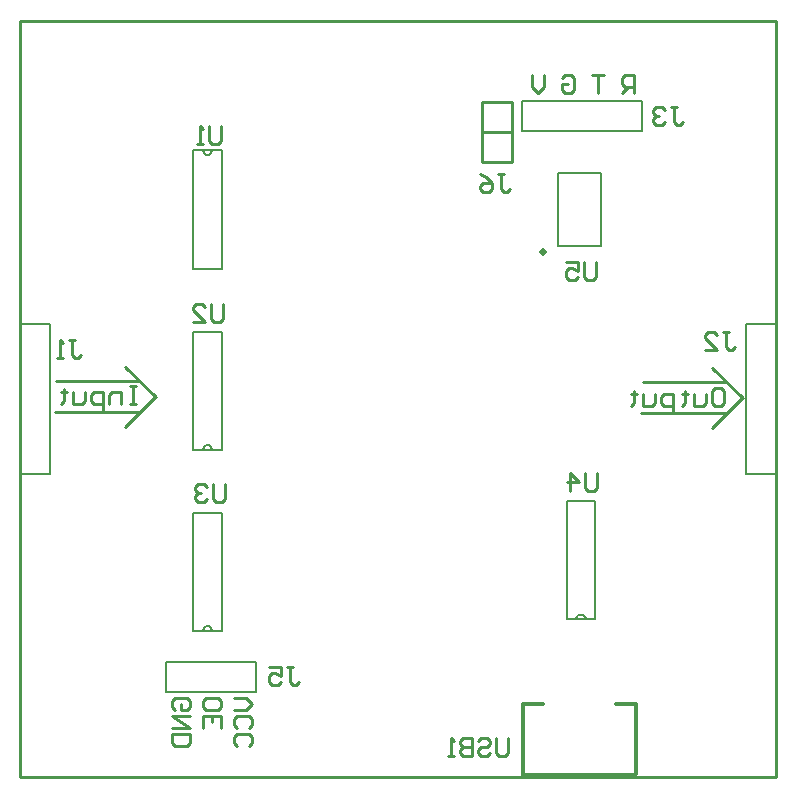
<source format=gbo>
G04 Layer_Color=32896*
%FSLAX25Y25*%
%MOIN*%
G70*
G01*
G75*
%ADD13C,0.01000*%
%ADD39C,0.00591*%
%ADD40C,0.01181*%
%ADD41C,0.00787*%
D13*
X11900Y131850D02*
X39800D01*
X11400Y121400D02*
X39450D01*
X35000Y136550D02*
X45100Y126450D01*
X34900Y116350D02*
X45000Y126450D01*
X230500Y116100D02*
X240600Y126200D01*
X230600Y136300D02*
X240700Y126200D01*
X207000Y121150D02*
X235050D01*
X207500Y131600D02*
X235400D01*
X153700Y215000D02*
X163700D01*
X153700Y225000D02*
X163700D01*
X153700Y205000D02*
Y225000D01*
Y205000D02*
X163700D01*
Y225000D01*
X162500Y12998D02*
Y8000D01*
X161500Y7000D01*
X159501D01*
X158501Y8000D01*
Y12998D01*
X152503Y11998D02*
X153503Y12998D01*
X155502D01*
X156502Y11998D01*
Y10999D01*
X155502Y9999D01*
X153503D01*
X152503Y8999D01*
Y8000D01*
X153503Y7000D01*
X155502D01*
X156502Y8000D01*
X150504Y12998D02*
Y7000D01*
X147505D01*
X146505Y8000D01*
Y8999D01*
X147505Y9999D01*
X150504D01*
X147505D01*
X146505Y10999D01*
Y11998D01*
X147505Y12998D01*
X150504D01*
X144506Y7000D02*
X142507D01*
X143506D01*
Y12998D01*
X144506Y11998D01*
X191900Y171498D02*
Y166500D01*
X190900Y165500D01*
X188901D01*
X187901Y166500D01*
Y171498D01*
X181903D02*
X185902D01*
Y168499D01*
X183903Y169499D01*
X182903D01*
X181903Y168499D01*
Y166500D01*
X182903Y165500D01*
X184902D01*
X185902Y166500D01*
X192200Y101298D02*
Y96300D01*
X191200Y95300D01*
X189201D01*
X188201Y96300D01*
Y101298D01*
X183203Y95300D02*
Y101298D01*
X186202Y98299D01*
X182203D01*
X68300Y97498D02*
Y92500D01*
X67300Y91500D01*
X65301D01*
X64301Y92500D01*
Y97498D01*
X62302Y96498D02*
X61302Y97498D01*
X59303D01*
X58303Y96498D01*
Y95499D01*
X59303Y94499D01*
X60303D01*
X59303D01*
X58303Y93499D01*
Y92500D01*
X59303Y91500D01*
X61302D01*
X62302Y92500D01*
X67500Y157598D02*
Y152600D01*
X66500Y151600D01*
X64501D01*
X63501Y152600D01*
Y157598D01*
X57503Y151600D02*
X61502D01*
X57503Y155599D01*
Y156598D01*
X58503Y157598D01*
X60502D01*
X61502Y156598D01*
X67000Y216898D02*
Y211900D01*
X66000Y210900D01*
X64001D01*
X63001Y211900D01*
Y216898D01*
X61002Y210900D02*
X59003D01*
X60002D01*
Y216898D01*
X61002Y215898D01*
X159201Y200798D02*
X161201D01*
X160201D01*
Y195800D01*
X161201Y194800D01*
X162200D01*
X163200Y195800D01*
X153203Y200798D02*
X155203Y199798D01*
X157202Y197799D01*
Y195800D01*
X156202Y194800D01*
X154203D01*
X153203Y195800D01*
Y196799D01*
X154203Y197799D01*
X157202D01*
X88701Y36398D02*
X90701D01*
X89701D01*
Y31400D01*
X90701Y30400D01*
X91700D01*
X92700Y31400D01*
X82703Y36398D02*
X86702D01*
Y33399D01*
X84703Y34399D01*
X83703D01*
X82703Y33399D01*
Y31400D01*
X83703Y30400D01*
X85702D01*
X86702Y31400D01*
X216901Y223298D02*
X218901D01*
X217901D01*
Y218300D01*
X218901Y217300D01*
X219900D01*
X220900Y218300D01*
X214902Y222298D02*
X213902Y223298D01*
X211903D01*
X210903Y222298D01*
Y221299D01*
X211903Y220299D01*
X212903D01*
X211903D01*
X210903Y219299D01*
Y218300D01*
X211903Y217300D01*
X213902D01*
X214902Y218300D01*
X234301Y148198D02*
X236301D01*
X235301D01*
Y143200D01*
X236301Y142200D01*
X237300D01*
X238300Y143200D01*
X228303Y142200D02*
X232302D01*
X228303Y146199D01*
Y147198D01*
X229303Y148198D01*
X231302D01*
X232302Y147198D01*
X16301Y145598D02*
X18301D01*
X17301D01*
Y140600D01*
X18301Y139600D01*
X19300D01*
X20300Y140600D01*
X14302Y139600D02*
X12303D01*
X13302D01*
Y145598D01*
X14302Y144598D01*
X231401Y129498D02*
X233400D01*
X234400Y128498D01*
Y124500D01*
X233400Y123500D01*
X231401D01*
X230401Y124500D01*
Y128498D01*
X231401Y129498D01*
X228402Y127499D02*
Y124500D01*
X227402Y123500D01*
X224403D01*
Y127499D01*
X221404Y128498D02*
Y127499D01*
X222404D01*
X220405D01*
X221404D01*
Y124500D01*
X220405Y123500D01*
X217406Y121501D02*
Y127499D01*
X214406D01*
X213407Y126499D01*
Y124500D01*
X214406Y123500D01*
X217406D01*
X211407Y127499D02*
Y124500D01*
X210408Y123500D01*
X207409D01*
Y127499D01*
X204410Y128498D02*
Y127499D01*
X205409D01*
X203410D01*
X204410D01*
Y124500D01*
X203410Y123500D01*
X38500Y130248D02*
X36501D01*
X37500D01*
Y124250D01*
X38500D01*
X36501D01*
X33502D02*
Y128249D01*
X30503D01*
X29503Y127249D01*
Y124250D01*
X27504Y122251D02*
Y128249D01*
X24505D01*
X23505Y127249D01*
Y125250D01*
X24505Y124250D01*
X27504D01*
X21506Y128249D02*
Y125250D01*
X20506Y124250D01*
X17507D01*
Y128249D01*
X14508Y129248D02*
Y128249D01*
X15507D01*
X13508D01*
X14508D01*
Y125250D01*
X13508Y124250D01*
X51402Y22301D02*
X50402Y23301D01*
Y25300D01*
X51402Y26300D01*
X55400D01*
X56400Y25300D01*
Y23301D01*
X55400Y22301D01*
X53401D01*
Y24301D01*
X56400Y20302D02*
X50402D01*
X56400Y16303D01*
X50402D01*
Y14304D02*
X56400D01*
Y11305D01*
X55400Y10305D01*
X51402D01*
X50402Y11305D01*
Y14304D01*
X60752Y23301D02*
Y25300D01*
X61752Y26300D01*
X65750D01*
X66750Y25300D01*
Y23301D01*
X65750Y22301D01*
X61752D01*
X60752Y23301D01*
Y16303D02*
Y20302D01*
X66750D01*
Y16303D01*
X63751Y20302D02*
Y18303D01*
X71102Y26300D02*
X75101D01*
X77100Y24301D01*
X75101Y22301D01*
X71102D01*
X72102Y16303D02*
X71102Y17303D01*
Y19302D01*
X72102Y20302D01*
X76100D01*
X77100Y19302D01*
Y17303D01*
X76100Y16303D01*
X72102Y10305D02*
X71102Y11305D01*
Y13304D01*
X72102Y14304D01*
X76100D01*
X77100Y13304D01*
Y11305D01*
X76100Y10305D01*
X204500Y227800D02*
Y233798D01*
X201501D01*
X200501Y232798D01*
Y230799D01*
X201501Y229799D01*
X204500D01*
X202501D02*
X200501Y227800D01*
X194467Y233798D02*
X190468D01*
X192467D01*
Y227800D01*
X174400Y233798D02*
Y229799D01*
X172401Y227800D01*
X170401Y229799D01*
Y233798D01*
X180435Y232798D02*
X181434Y233798D01*
X183434D01*
X184433Y232798D01*
Y228800D01*
X183434Y227800D01*
X181434D01*
X180435Y228800D01*
Y230799D01*
X182434D01*
X0Y252000D02*
X252000D01*
Y0D02*
Y252000D01*
X0Y0D02*
X252000D01*
X0D02*
Y252000D01*
D39*
X188375Y52415D02*
X188074Y53341D01*
X187287Y53913D01*
X186313D01*
X185526Y53341D01*
X185225Y52415D01*
X63875Y48615D02*
X63574Y49541D01*
X62787Y50113D01*
X61813D01*
X61026Y49541D01*
X60725Y48615D01*
Y208685D02*
X61026Y207759D01*
X61813Y207187D01*
X62787D01*
X63574Y207759D01*
X63875Y208685D01*
Y108965D02*
X63574Y109891D01*
X62787Y110463D01*
X61813D01*
X61026Y109891D01*
X60725Y108965D01*
X182076Y52415D02*
Y91785D01*
X191524D01*
Y52415D02*
Y91785D01*
X182076Y52415D02*
X191524D01*
X57576Y48615D02*
Y87985D01*
X67024D01*
Y48615D02*
Y87985D01*
X57576Y48615D02*
X67024D01*
Y169315D02*
Y208685D01*
X57576Y169315D02*
X67024D01*
X57576D02*
Y208685D01*
X67024D01*
X57576Y108965D02*
Y148335D01*
X67024D01*
Y108965D02*
Y148335D01*
X57576Y108965D02*
X67024D01*
D40*
X174792Y174827D02*
X174202Y175417D01*
X173611Y174827D01*
X174202Y174236D01*
X174792Y174827D01*
X167500Y500D02*
X205000D01*
X205200Y700D01*
X198553Y24264D02*
X205200D01*
Y700D02*
Y24264D01*
X167500Y24263D02*
X174152D01*
X167500Y500D02*
Y24263D01*
D41*
X179320Y201205D02*
X193493D01*
X179320Y176795D02*
X193493D01*
Y201205D01*
X179320Y176795D02*
Y201205D01*
X48600Y28100D02*
X78600D01*
X48600D02*
Y38100D01*
X78600D01*
Y28100D02*
Y38100D01*
X0Y151000D02*
X10000D01*
X0Y101000D02*
Y151000D01*
X10000Y101000D02*
Y151000D01*
X0Y101000D02*
X10000D01*
X242000Y151000D02*
X252000D01*
X242000Y101000D02*
Y151000D01*
X252000Y101000D02*
Y151000D01*
X242000Y101000D02*
X252000D01*
X167300Y215106D02*
Y225106D01*
Y215106D02*
X207300D01*
X167300Y225106D02*
X207300D01*
Y215106D02*
Y225106D01*
M02*

</source>
